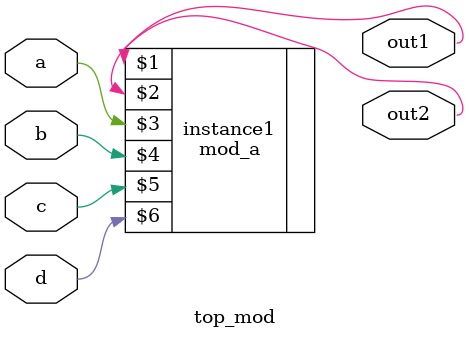
<source format=v>
module top_mod(
  input a,
  input b,
  input c,
  input d,
  output out1,
  output out2,
);
  mod_a instance1 (
    out1,
    out2,
    a,
    b,
    c,
    d);

endmodule

  

</source>
